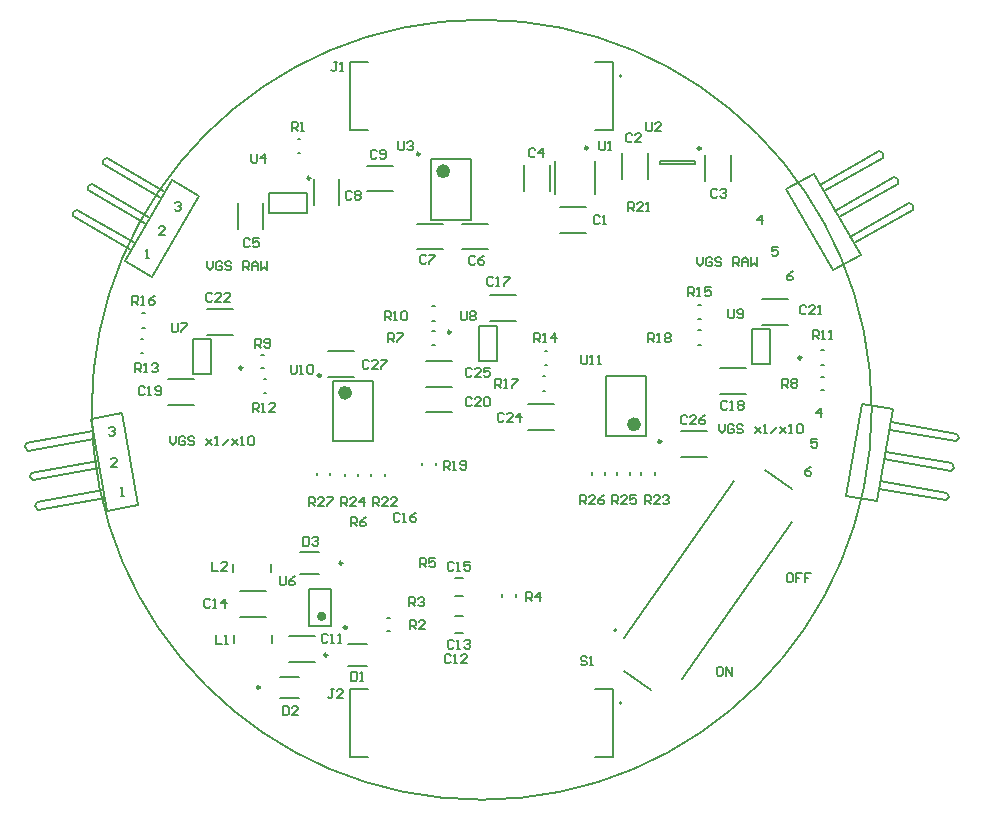
<source format=gto>
G04*
G04 #@! TF.GenerationSoftware,Altium Limited,Altium Designer,22.3.1 (43)*
G04*
G04 Layer_Color=65535*
%FSLAX25Y25*%
%MOIN*%
G70*
G04*
G04 #@! TF.SameCoordinates,26406105-7067-4880-9C5C-2A59F93044AC*
G04*
G04*
G04 #@! TF.FilePolarity,Positive*
G04*
G01*
G75*
%ADD10C,0.00984*%
%ADD11C,0.02362*%
%ADD12C,0.00787*%
%ADD13C,0.01575*%
%ADD14C,0.00500*%
%ADD15C,0.00700*%
D10*
X806188Y432125D02*
G03*
X806188Y432125I-492J0D01*
G01*
X736097Y468540D02*
G03*
X736097Y468540I-492J0D01*
G01*
X672441Y350200D02*
G03*
X672441Y350200I-492J0D01*
G01*
X694934Y360908D02*
G03*
X694934Y360908I-492J0D01*
G01*
X701430Y370084D02*
G03*
X701430Y370084I-492J0D01*
G01*
X699954Y391568D02*
G03*
X699954Y391568I-492J0D01*
G01*
X692780Y454074D02*
G03*
X692780Y454074I-492J0D01*
G01*
X666610Y456662D02*
G03*
X666610Y456662I-492J0D01*
G01*
X819417Y529771D02*
G03*
X819417Y529771I-492J0D01*
G01*
X781729Y529980D02*
G03*
X781729Y529980I-492J0D01*
G01*
X725771Y527911D02*
G03*
X725771Y527911I-492J0D01*
G01*
X689266Y519873D02*
G03*
X689266Y519873I-492J0D01*
G01*
X852935Y460017D02*
G03*
X852935Y460017I-492J0D01*
G01*
D11*
X798313Y437834D02*
G03*
X798313Y437834I-1181J0D01*
G01*
X702032Y448365D02*
G03*
X702032Y448365I-1181J0D01*
G01*
X734727Y522202D02*
G03*
X734727Y522202I-1181J0D01*
G01*
D12*
X791293Y369205D02*
G03*
X791293Y369205I-394J0D01*
G01*
X793113Y344952D02*
G03*
X793113Y344952I-394J0D01*
G01*
X793113Y553952D02*
G03*
X793113Y553952I-394J0D01*
G01*
X695275Y462218D02*
X703937Y462218D01*
X695275Y453753D02*
X703937Y453753D01*
X801069Y433897D02*
Y453976D01*
X787683Y433897D02*
Y453976D01*
Y433897D02*
X801069D01*
X787683Y453976D02*
X801069D01*
X761944Y444527D02*
X770605Y444527D01*
X761944Y436062D02*
X770605Y436062D01*
X883832Y520269D02*
X885144Y519572D01*
X885092Y518087D02*
X885144Y519572D01*
X864313Y509000D02*
X883832Y520269D01*
X865572Y506818D02*
X885092Y518087D01*
X878832Y528930D02*
X880144Y528232D01*
X880092Y526748D02*
X880144Y528232D01*
X859313Y517660D02*
X878832Y528930D01*
X860573Y515478D02*
X880092Y526748D01*
X847976Y516115D02*
X863566Y489112D01*
X872738Y494407D01*
X857147Y521410D02*
X872738Y494407D01*
X847976Y516115D02*
X857147Y521410D01*
X870572Y498157D02*
X890092Y509427D01*
X869313Y500339D02*
X888832Y511609D01*
X890092Y509427D02*
X890144Y510912D01*
X888832Y511609D02*
X890144Y510912D01*
X615041Y517340D02*
X615094Y515855D01*
X615041Y517340D02*
X616353Y518037D01*
X615094Y515855D02*
X634613Y504585D01*
X616353Y518037D02*
X635873Y506767D01*
X610042Y508679D02*
X610093Y507195D01*
X610042Y508679D02*
X611353Y509377D01*
X610093Y507195D02*
X629613Y495925D01*
X611353Y509377D02*
X630873Y498107D01*
X636620Y486879D02*
X652210Y513883D01*
X643038Y519178D02*
X652210Y513883D01*
X627448Y492174D02*
X643038Y519178D01*
X627448Y492174D02*
X636620Y486879D01*
X621353Y526697D02*
X640873Y515428D01*
X620093Y524515D02*
X639613Y513245D01*
X620042Y526000D02*
X621353Y526697D01*
X620042Y526000D02*
X620093Y524515D01*
X595776Y420328D02*
X596770Y419224D01*
X595776Y420328D02*
X596333Y421705D01*
X596770Y419224D02*
X618967Y423138D01*
X596333Y421705D02*
X618530Y425619D01*
X597513Y410480D02*
X598507Y409376D01*
X597513Y410480D02*
X598069Y411857D01*
X598507Y409376D02*
X620704Y413289D01*
X598069Y411857D02*
X620266Y415771D01*
X626471Y441571D02*
X631885Y410864D01*
X616041Y439732D02*
X626471Y441571D01*
X616041Y439732D02*
X621456Y409025D01*
X631885Y410864D01*
X594596Y431553D02*
X616793Y435467D01*
X595034Y429072D02*
X617231Y432986D01*
X594040Y430176D02*
X594596Y431553D01*
X594040Y430176D02*
X595034Y429072D01*
X859651Y449226D02*
X860438D01*
X859651Y453753D02*
X860438D01*
X901503Y414944D02*
X902060Y413567D01*
X901066Y412463D02*
X902060Y413567D01*
X879307Y418858D02*
X901503Y414944D01*
X878869Y416377D02*
X901066Y412463D01*
X873102Y444658D02*
X883532Y442819D01*
X878117Y412112D02*
X883532Y442819D01*
X867687Y413951D02*
X878117Y412112D01*
X867687Y413951D02*
X873102Y444658D01*
X882342Y436073D02*
X904539Y432159D01*
X882780Y438554D02*
X904976Y434641D01*
X904539Y432159D02*
X905533Y433263D01*
X904976Y434641D02*
X905533Y433263D01*
X880606Y426225D02*
X902802Y422311D01*
X881043Y428706D02*
X903240Y424792D01*
X902802Y422311D02*
X903797Y423415D01*
X903240Y424792D02*
X903797Y423415D01*
X818589Y477504D02*
X819376Y477504D01*
X818589Y472977D02*
X819376D01*
X818574Y469130D02*
X819362D01*
X818574Y464209D02*
X819362D01*
X859612Y457603D02*
X860399D01*
X859612Y462524D02*
X860399D01*
X825839Y447972D02*
X834501Y447972D01*
X825839Y456436D02*
X834501D01*
X812683Y427007D02*
X821345Y427007D01*
X812683Y435472D02*
X821345Y435472D01*
X799582Y421010D02*
Y421797D01*
X804109Y421010D02*
Y421797D01*
X791350Y421010D02*
Y421797D01*
X795878Y421010D02*
Y421797D01*
X783036Y421010D02*
Y421797D01*
X787564Y421010D02*
Y421797D01*
X766865Y449029D02*
X767653D01*
X766865Y453950D02*
X767653D01*
X767456Y457690D02*
X768243D01*
X767456Y462218D02*
X768243Y462218D01*
X729981Y468933D02*
X730769D01*
X729981Y464406D02*
X730769D01*
X729981Y477145D02*
X730769D01*
X729981Y472223D02*
X730769D01*
X745562Y470607D02*
X751651Y470607D01*
Y458796D02*
Y470607D01*
X745562Y458796D02*
X751651Y458796D01*
X745562Y458796D02*
Y470607D01*
X727914Y450334D02*
X736575D01*
X727914Y441869D02*
X736575D01*
X726592Y424215D02*
X726592Y425002D01*
X731119D02*
X731119Y424215D01*
X737488Y368147D02*
X740243D01*
X737488Y374053D02*
X740243D01*
X737488Y386620D02*
X740243D01*
X737488Y380714D02*
X740243D01*
X753259Y380387D02*
X753259Y381174D01*
X757787D02*
X757787Y380387D01*
X665704Y373681D02*
X674366D01*
X665704Y382343D02*
X674366D01*
X663508Y388620D02*
Y391179D01*
X676106Y388620D02*
Y391179D01*
X676471Y364918D02*
Y367477D01*
X663873Y364918D02*
Y367477D01*
X682139Y367109D02*
X690801D01*
X682139Y358644D02*
X690801D01*
X679307Y353743D02*
X685654D01*
X679307Y346656D02*
X685654D01*
X784235Y349460D02*
X790160D01*
X702640D02*
X708565Y349460D01*
X702640Y326940D02*
X708565Y326940D01*
X784235Y326940D02*
X790160D01*
X702640D02*
Y349460D01*
X790160Y326940D02*
Y349460D01*
X701800Y364451D02*
X708147D01*
X701800Y357365D02*
X708147D01*
X696214Y370675D02*
Y382880D01*
X688930Y370675D02*
Y382880D01*
Y370675D02*
X696214D01*
X688930Y382880D02*
X696214D01*
X685757Y388025D02*
X692104D01*
X685757Y395112D02*
X692104D01*
X709545Y420573D02*
Y421361D01*
X714073Y420573D02*
Y421361D01*
X705269Y420573D02*
Y421361D01*
X700741Y420573D02*
Y421361D01*
X695964Y420967D02*
Y421755D01*
X691437Y420967D02*
Y421755D01*
X696914Y432224D02*
X710300D01*
X696914Y452303D02*
X710300D01*
Y432224D02*
Y452303D01*
X696914Y432224D02*
Y452303D01*
X673715Y453090D02*
X674503D01*
X673715Y448169D02*
X674503D01*
X673001Y461090D02*
X673788D01*
X673001Y456562D02*
X673788Y456562D01*
X654782Y467685D02*
X663444D01*
X654782Y476150D02*
X663444Y476150D01*
X641990Y452893D02*
X650651D01*
X641990Y444428D02*
X650651Y444428D01*
X632678Y466225D02*
X633465D01*
X632678Y461698D02*
X633465Y461698D01*
X633268Y474870D02*
X634056D01*
X633268Y469948D02*
X634056D01*
X650071Y454595D02*
X656160Y454595D01*
X650071Y454595D02*
Y466406D01*
X656160D01*
Y454595D02*
Y466406D01*
X772425Y501630D02*
X781086D01*
X772425Y510292D02*
X781086D01*
X820883Y519032D02*
Y527693D01*
X829545Y519032D02*
Y527693D01*
X805736Y524456D02*
X817547D01*
X805736Y525637D02*
X817547D01*
X805736D02*
X805736Y524456D01*
X817547D02*
X817547Y525637D01*
X801824Y519732D02*
Y528393D01*
X793162Y519732D02*
Y528393D01*
X770803Y514518D02*
Y525541D01*
X784189Y514518D02*
Y525541D01*
X769274Y515699D02*
Y524360D01*
X760613Y515699D02*
Y524360D01*
X739772Y496198D02*
X748433D01*
X739772Y504663D02*
X748433D01*
X724725D02*
X733387D01*
X724725Y496198D02*
X733387D01*
X729609Y506060D02*
X742995D01*
X729609Y526139D02*
X742995D01*
Y506060D02*
Y526139D01*
X729609Y506060D02*
Y526139D01*
X708178Y515500D02*
X716840D01*
X708178Y523964D02*
X716840D01*
X698973Y510777D02*
Y519438D01*
X690508Y510777D02*
Y519438D01*
X685034Y528331D02*
X685821D01*
X685034Y532859D02*
X685821D01*
X675585Y514952D02*
X688184D01*
X675585Y508259D02*
X688184D01*
X688184Y514952D02*
X688184Y508259D01*
X675585D02*
Y514952D01*
X665028Y502812D02*
Y511474D01*
X673493Y502812D02*
Y511474D01*
X784235Y558460D02*
X790160Y558460D01*
X702640D02*
X708565D01*
X702640Y535940D02*
X708565D01*
X784235D02*
X790160D01*
X702640D02*
Y558460D01*
X790160Y535940D02*
Y558460D01*
X714922Y368836D02*
X715709D01*
X714922Y373364D02*
X715709D01*
X836396Y457951D02*
X842486Y457951D01*
X836396Y457951D02*
X836396Y469762D01*
X842486D01*
Y457951D02*
Y469762D01*
X727842Y458871D02*
X736503Y458871D01*
X727842Y450407D02*
X736503D01*
X839849Y479473D02*
X848511D01*
X839849Y471008D02*
X848511D01*
X749224Y472420D02*
X757885D01*
X749224Y480885D02*
X757885Y480885D01*
D13*
X693852Y373824D02*
G03*
X693852Y373824I-787J0D01*
G01*
D14*
X840835Y422674D02*
X849865Y416351D01*
X793865Y355594D02*
X802895Y349271D01*
X813193Y352995D02*
X849888Y405402D01*
X793843Y366544D02*
X830538Y418951D01*
X876400Y442700D02*
G03*
X876400Y442700I-130000J0D01*
G01*
D15*
X825358Y437793D02*
Y435794D01*
X826358Y434794D01*
X827357Y435794D01*
Y437793D01*
X830356Y437293D02*
X829856Y437793D01*
X828857D01*
X828357Y437293D01*
Y435294D01*
X828857Y434794D01*
X829856D01*
X830356Y435294D01*
Y436293D01*
X829357D01*
X833355Y437293D02*
X832856Y437793D01*
X831856D01*
X831356Y437293D01*
Y436793D01*
X831856Y436293D01*
X832856D01*
X833355Y435794D01*
Y435294D01*
X832856Y434794D01*
X831856D01*
X831356Y435294D01*
X837354Y436793D02*
X839353Y434794D01*
X838354Y435794D01*
X839353Y436793D01*
X837354Y434794D01*
X840353D02*
X841353D01*
X840853D01*
Y437793D01*
X840353Y437293D01*
X842852Y434794D02*
X844852Y436793D01*
X845851D02*
X847851Y434794D01*
X846851Y435794D01*
X847851Y436793D01*
X845851Y434794D01*
X848850D02*
X849850D01*
X849350D01*
Y437793D01*
X848850Y437293D01*
X851350D02*
X851849Y437793D01*
X852849D01*
X853349Y437293D01*
Y435294D01*
X852849Y434794D01*
X851849D01*
X851350Y435294D01*
Y437293D01*
X642630Y433875D02*
Y431875D01*
X643630Y430876D01*
X644629Y431875D01*
Y433875D01*
X647628Y433375D02*
X647128Y433875D01*
X646129D01*
X645629Y433375D01*
Y431376D01*
X646129Y430876D01*
X647128D01*
X647628Y431376D01*
Y432375D01*
X646629D01*
X650627Y433375D02*
X650127Y433875D01*
X649128D01*
X648628Y433375D01*
Y432875D01*
X649128Y432375D01*
X650127D01*
X650627Y431875D01*
Y431376D01*
X650127Y430876D01*
X649128D01*
X648628Y431376D01*
X654626Y432875D02*
X656625Y430876D01*
X655626Y431875D01*
X656625Y432875D01*
X654626Y430876D01*
X657625D02*
X658625D01*
X658125D01*
Y433875D01*
X657625Y433375D01*
X660124Y430876D02*
X662123Y432875D01*
X663123D02*
X665123Y430876D01*
X664123Y431875D01*
X665123Y432875D01*
X663123Y430876D01*
X666122D02*
X667122D01*
X666622D01*
Y433875D01*
X666122Y433375D01*
X668621D02*
X669121Y433875D01*
X670121D01*
X670621Y433375D01*
Y431376D01*
X670121Y430876D01*
X669121D01*
X668621Y431376D01*
Y433375D01*
X818247Y493470D02*
Y491470D01*
X819247Y490471D01*
X820246Y491470D01*
Y493470D01*
X823245Y492970D02*
X822745Y493470D01*
X821746D01*
X821246Y492970D01*
Y490970D01*
X821746Y490471D01*
X822745D01*
X823245Y490970D01*
Y491970D01*
X822246D01*
X826244Y492970D02*
X825745Y493470D01*
X824745D01*
X824245Y492970D01*
Y492470D01*
X824745Y491970D01*
X825745D01*
X826244Y491470D01*
Y490970D01*
X825745Y490471D01*
X824745D01*
X824245Y490970D01*
X830243Y490471D02*
Y493470D01*
X831742D01*
X832242Y492970D01*
Y491970D01*
X831742Y491470D01*
X830243D01*
X831243D02*
X832242Y490471D01*
X833242D02*
Y492470D01*
X834242Y493470D01*
X835241Y492470D01*
Y490471D01*
Y491970D01*
X833242D01*
X836241Y493470D02*
Y490471D01*
X837241Y491470D01*
X838240Y490471D01*
Y493470D01*
X654973Y492163D02*
Y490164D01*
X655973Y489164D01*
X656973Y490164D01*
Y492163D01*
X659972Y491663D02*
X659472Y492163D01*
X658472D01*
X657972Y491663D01*
Y489664D01*
X658472Y489164D01*
X659472D01*
X659972Y489664D01*
Y490664D01*
X658972D01*
X662971Y491663D02*
X662471Y492163D01*
X661471D01*
X660971Y491663D01*
Y491164D01*
X661471Y490664D01*
X662471D01*
X662971Y490164D01*
Y489664D01*
X662471Y489164D01*
X661471D01*
X660971Y489664D01*
X666969Y489164D02*
Y492163D01*
X668469D01*
X668969Y491663D01*
Y490664D01*
X668469Y490164D01*
X666969D01*
X667969D02*
X668969Y489164D01*
X669969D02*
Y491164D01*
X670968Y492163D01*
X671968Y491164D01*
Y489164D01*
Y490664D01*
X669969D01*
X672968Y492163D02*
Y489164D01*
X673967Y490164D01*
X674967Y489164D01*
Y492163D01*
X856248Y423725D02*
X855248Y423225D01*
X854249Y422225D01*
Y421225D01*
X854749Y420726D01*
X855748D01*
X856248Y421225D01*
Y421725D01*
X855748Y422225D01*
X854249D01*
X858306Y432970D02*
X856306D01*
Y431471D01*
X857306Y431970D01*
X857806D01*
X858306Y431471D01*
Y430471D01*
X857806Y429971D01*
X856806D01*
X856306Y430471D01*
X859386Y440107D02*
Y443107D01*
X857887Y441607D01*
X859886D01*
X622053Y436506D02*
X622553Y437006D01*
X623553D01*
X624053Y436506D01*
Y436006D01*
X623553Y435506D01*
X623053D01*
X623553D01*
X624053Y435006D01*
Y434506D01*
X623553Y434007D01*
X622553D01*
X622053Y434506D01*
X640807Y500897D02*
X638808D01*
X640807Y502896D01*
Y503396D01*
X640307Y503896D01*
X639308D01*
X638808Y503396D01*
X626094Y413989D02*
X627094D01*
X626594D01*
Y416989D01*
X626094Y416489D01*
X850016Y488799D02*
X849016Y488299D01*
X848017Y487300D01*
Y486300D01*
X848517Y485800D01*
X849516D01*
X850016Y486300D01*
Y486800D01*
X849516Y487300D01*
X848017D01*
X845099Y497099D02*
X843100D01*
Y495600D01*
X844100Y496099D01*
X844600D01*
X845099Y495600D01*
Y494600D01*
X844600Y494100D01*
X843600D01*
X843100Y494600D01*
X839672Y504477D02*
Y507476D01*
X838173Y505976D01*
X840172D01*
X634362Y493238D02*
X635362D01*
X634862D01*
Y496237D01*
X634362Y495737D01*
X624724Y423636D02*
X622725D01*
X624724Y425635D01*
Y426135D01*
X624224Y426635D01*
X623225D01*
X622725Y426135D01*
X644068Y511458D02*
X644568Y511958D01*
X645567D01*
X646067Y511458D01*
Y510958D01*
X645567Y510458D01*
X645068D01*
X645567D01*
X646067Y509958D01*
Y509459D01*
X645567Y508959D01*
X644568D01*
X644068Y509459D01*
X849648Y388261D02*
X848648D01*
X848148Y387761D01*
Y385762D01*
X848648Y385262D01*
X849648D01*
X850148Y385762D01*
Y387761D01*
X849648Y388261D01*
X853146D02*
X851147D01*
Y386761D01*
X852147D01*
X851147D01*
Y385262D01*
X856146Y388261D02*
X854146D01*
Y386761D01*
X855146D01*
X854146D01*
Y385262D01*
X826305Y357090D02*
X825305D01*
X824806Y356591D01*
Y354591D01*
X825305Y354091D01*
X826305D01*
X826805Y354591D01*
Y356591D01*
X826305Y357090D01*
X827805Y354091D02*
Y357090D01*
X829804Y354091D01*
Y357090D01*
X670071Y442042D02*
Y445041D01*
X671571D01*
X672071Y444541D01*
Y443541D01*
X671571Y443041D01*
X670071D01*
X671071D02*
X672071Y442042D01*
X673070D02*
X674070D01*
X673570D01*
Y445041D01*
X673070Y444541D01*
X677569Y442042D02*
X675569D01*
X677569Y444041D01*
Y444541D01*
X677069Y445041D01*
X676069D01*
X675569Y444541D01*
X630864Y455162D02*
Y458161D01*
X632364D01*
X632864Y457661D01*
Y456662D01*
X632364Y456162D01*
X630864D01*
X631864D02*
X632864Y455162D01*
X633863D02*
X634863D01*
X634363D01*
Y458161D01*
X633863Y457661D01*
X636363D02*
X636863Y458161D01*
X637862D01*
X638362Y457661D01*
Y457162D01*
X637862Y456662D01*
X637362D01*
X637862D01*
X638362Y456162D01*
Y455662D01*
X637862Y455162D01*
X636863D01*
X636363Y455662D01*
X656616Y481194D02*
X656116Y481694D01*
X655117D01*
X654617Y481194D01*
Y479194D01*
X655117Y478695D01*
X656116D01*
X656616Y479194D01*
X659615Y478695D02*
X657616D01*
X659615Y480694D01*
Y481194D01*
X659115Y481694D01*
X658116D01*
X657616Y481194D01*
X662614Y478695D02*
X660615D01*
X662614Y480694D01*
Y481194D01*
X662114Y481694D01*
X661115D01*
X660615Y481194D01*
X629913Y477768D02*
Y480767D01*
X631413D01*
X631913Y480267D01*
Y479267D01*
X631413Y478768D01*
X629913D01*
X630913D02*
X631913Y477768D01*
X632912D02*
X633912D01*
X633412D01*
Y480767D01*
X632912Y480267D01*
X637411Y480767D02*
X636411Y480267D01*
X635412Y479267D01*
Y478268D01*
X635911Y477768D01*
X636911D01*
X637411Y478268D01*
Y478768D01*
X636911Y479267D01*
X635412D01*
X670895Y463370D02*
Y466369D01*
X672395D01*
X672894Y465869D01*
Y464869D01*
X672395Y464370D01*
X670895D01*
X671895D02*
X672894Y463370D01*
X673894Y463870D02*
X674394Y463370D01*
X675394D01*
X675893Y463870D01*
Y465869D01*
X675394Y466369D01*
X674394D01*
X673894Y465869D01*
Y465369D01*
X674394Y464869D01*
X675893D01*
X634084Y449956D02*
X633584Y450456D01*
X632584D01*
X632085Y449956D01*
Y447956D01*
X632584Y447457D01*
X633584D01*
X634084Y447956D01*
X635084Y447457D02*
X636083D01*
X635583D01*
Y450456D01*
X635084Y449956D01*
X637583Y447956D02*
X638083Y447457D01*
X639082D01*
X639582Y447956D01*
Y449956D01*
X639082Y450456D01*
X638083D01*
X637583Y449956D01*
Y449456D01*
X638083Y448956D01*
X639582D01*
X643121Y471448D02*
Y468949D01*
X643621Y468449D01*
X644621D01*
X645121Y468949D01*
Y471448D01*
X646121D02*
X648120D01*
Y470948D01*
X646121Y468949D01*
Y468449D01*
X781400Y359939D02*
X780900Y360439D01*
X779901D01*
X779401Y359939D01*
Y359439D01*
X779901Y358940D01*
X780900D01*
X781400Y358440D01*
Y357940D01*
X780900Y357440D01*
X779901D01*
X779401Y357940D01*
X782400Y357440D02*
X783399D01*
X782900D01*
Y360439D01*
X782400Y359939D01*
X669641Y527941D02*
Y525442D01*
X670141Y524942D01*
X671141D01*
X671640Y525442D01*
Y527941D01*
X674140Y524942D02*
Y527941D01*
X672640Y526442D01*
X674640D01*
X697074Y349444D02*
X696075D01*
X696574D01*
Y346944D01*
X696075Y346445D01*
X695575D01*
X695075Y346944D01*
X700073Y346445D02*
X698074D01*
X700073Y348444D01*
Y348944D01*
X699573Y349444D01*
X698574D01*
X698074Y348944D01*
X698236Y558444D02*
X697236D01*
X697736D01*
Y555944D01*
X697236Y555445D01*
X696736D01*
X696237Y555944D01*
X699235Y555445D02*
X700235D01*
X699735D01*
Y558444D01*
X699235Y557944D01*
X800701Y411245D02*
Y414244D01*
X802201D01*
X802701Y413745D01*
Y412745D01*
X802201Y412245D01*
X800701D01*
X801701D02*
X802701Y411245D01*
X805700D02*
X803700D01*
X805700Y413245D01*
Y413745D01*
X805200Y414244D01*
X804200D01*
X803700Y413745D01*
X806699D02*
X807199Y414244D01*
X808199D01*
X808699Y413745D01*
Y413245D01*
X808199Y412745D01*
X807699D01*
X808199D01*
X808699Y412245D01*
Y411745D01*
X808199Y411245D01*
X807199D01*
X806699Y411745D01*
X683035Y535756D02*
Y538755D01*
X684534D01*
X685034Y538255D01*
Y537255D01*
X684534Y536755D01*
X683035D01*
X684034D02*
X685034Y535756D01*
X686034D02*
X687033D01*
X686534D01*
Y538755D01*
X686034Y538255D01*
X779333Y411239D02*
Y414238D01*
X780832D01*
X781332Y413738D01*
Y412738D01*
X780832Y412239D01*
X779333D01*
X780332D02*
X781332Y411239D01*
X784331D02*
X782332D01*
X784331Y413238D01*
Y413738D01*
X783831Y414238D01*
X782832D01*
X782332Y413738D01*
X787330Y414238D02*
X786331Y413738D01*
X785331Y412738D01*
Y411739D01*
X785831Y411239D01*
X786830D01*
X787330Y411739D01*
Y412239D01*
X786830Y412738D01*
X785331D01*
X688781Y410541D02*
Y413540D01*
X690281D01*
X690781Y413040D01*
Y412040D01*
X690281Y411541D01*
X688781D01*
X689781D02*
X690781Y410541D01*
X693780D02*
X691780D01*
X693780Y412540D01*
Y413040D01*
X693280Y413540D01*
X692280D01*
X691780Y413040D01*
X694779Y413540D02*
X696779D01*
Y413040D01*
X694779Y411041D01*
Y410541D01*
X789866Y411239D02*
Y414238D01*
X791366D01*
X791866Y413738D01*
Y412738D01*
X791366Y412239D01*
X789866D01*
X790866D02*
X791866Y411239D01*
X794865D02*
X792866D01*
X794865Y413238D01*
Y413738D01*
X794365Y414238D01*
X793365D01*
X792866Y413738D01*
X797864Y414238D02*
X795864D01*
Y412738D01*
X796864Y413238D01*
X797364D01*
X797864Y412738D01*
Y411739D01*
X797364Y411239D01*
X796364D01*
X795864Y411739D01*
X710111Y410541D02*
Y413540D01*
X711611D01*
X712111Y413040D01*
Y412040D01*
X711611Y411541D01*
X710111D01*
X711111D02*
X712111Y410541D01*
X715110D02*
X713110D01*
X715110Y412540D01*
Y413040D01*
X714610Y413540D01*
X713610D01*
X713110Y413040D01*
X718109Y410541D02*
X716109D01*
X718109Y412540D01*
Y413040D01*
X717609Y413540D01*
X716609D01*
X716109Y413040D01*
X699608Y410541D02*
Y413540D01*
X701108D01*
X701607Y413040D01*
Y412040D01*
X701108Y411541D01*
X699608D01*
X700608D02*
X701607Y410541D01*
X704606D02*
X702607D01*
X704606Y412540D01*
Y413040D01*
X704107Y413540D01*
X703107D01*
X702607Y413040D01*
X707106Y410541D02*
Y413540D01*
X705606Y412040D01*
X707606D01*
X785741Y507060D02*
X785241Y507560D01*
X784241D01*
X783742Y507060D01*
Y505060D01*
X784241Y504561D01*
X785241D01*
X785741Y505060D01*
X786741Y504561D02*
X787740D01*
X787241D01*
Y507560D01*
X786741Y507060D01*
X764243Y529393D02*
X763743Y529893D01*
X762743D01*
X762243Y529393D01*
Y527394D01*
X762743Y526894D01*
X763743D01*
X764243Y527394D01*
X766742Y526894D02*
Y529893D01*
X765242Y528393D01*
X767242D01*
X703114Y515250D02*
X702614Y515749D01*
X701614D01*
X701114Y515250D01*
Y513250D01*
X701614Y512750D01*
X702614D01*
X703114Y513250D01*
X704113Y515250D02*
X704613Y515749D01*
X705613D01*
X706113Y515250D01*
Y514750D01*
X705613Y514250D01*
X706113Y513750D01*
Y513250D01*
X705613Y512750D01*
X704613D01*
X704113Y513250D01*
Y513750D01*
X704613Y514250D01*
X704113Y514750D01*
Y515250D01*
X704613Y514250D02*
X705613D01*
X824979Y515789D02*
X824479Y516289D01*
X823479D01*
X822980Y515789D01*
Y513789D01*
X823479Y513289D01*
X824479D01*
X824979Y513789D01*
X825979Y515789D02*
X826478Y516289D01*
X827478D01*
X827978Y515789D01*
Y515289D01*
X827478Y514789D01*
X826978D01*
X827478D01*
X827978Y514289D01*
Y513789D01*
X827478Y513289D01*
X826478D01*
X825979Y513789D01*
X796623Y534428D02*
X796123Y534928D01*
X795124D01*
X794624Y534428D01*
Y532429D01*
X795124Y531929D01*
X796123D01*
X796623Y532429D01*
X799622Y531929D02*
X797623D01*
X799622Y533928D01*
Y534428D01*
X799122Y534928D01*
X798123D01*
X797623Y534428D01*
X795336Y508880D02*
Y511879D01*
X796835D01*
X797335Y511379D01*
Y510379D01*
X796835Y509879D01*
X795336D01*
X796336D02*
X797335Y508880D01*
X800334D02*
X798335D01*
X800334Y510879D01*
Y511379D01*
X799834Y511879D01*
X798835D01*
X798335Y511379D01*
X801334Y508880D02*
X802334D01*
X801834D01*
Y511879D01*
X801334Y511379D01*
X708781Y458800D02*
X708282Y459300D01*
X707282D01*
X706782Y458800D01*
Y456800D01*
X707282Y456300D01*
X708282D01*
X708781Y456800D01*
X711780Y456300D02*
X709781D01*
X711780Y458300D01*
Y458800D01*
X711281Y459300D01*
X710281D01*
X709781Y458800D01*
X712780Y459300D02*
X714780D01*
Y458800D01*
X712780Y456800D01*
Y456300D01*
X814864Y440407D02*
X814365Y440907D01*
X813365D01*
X812865Y440407D01*
Y438408D01*
X813365Y437908D01*
X814365D01*
X814864Y438408D01*
X817863Y437908D02*
X815864D01*
X817863Y439907D01*
Y440407D01*
X817364Y440907D01*
X816364D01*
X815864Y440407D01*
X820862Y440907D02*
X819863Y440407D01*
X818863Y439407D01*
Y438408D01*
X819363Y437908D01*
X820363D01*
X820862Y438408D01*
Y438908D01*
X820363Y439407D01*
X818863D01*
X743099Y456131D02*
X742599Y456631D01*
X741600D01*
X741100Y456131D01*
Y454132D01*
X741600Y453632D01*
X742599D01*
X743099Y454132D01*
X746098Y453632D02*
X744099D01*
X746098Y455631D01*
Y456131D01*
X745598Y456631D01*
X744599D01*
X744099Y456131D01*
X749097Y456631D02*
X747098D01*
Y455131D01*
X748098Y455631D01*
X748597D01*
X749097Y455131D01*
Y454132D01*
X748597Y453632D01*
X747598D01*
X747098Y454132D01*
X753734Y441158D02*
X753234Y441657D01*
X752235D01*
X751735Y441158D01*
Y439158D01*
X752235Y438658D01*
X753234D01*
X753734Y439158D01*
X756733Y438658D02*
X754734D01*
X756733Y440658D01*
Y441158D01*
X756233Y441657D01*
X755234D01*
X754734Y441158D01*
X759232Y438658D02*
Y441657D01*
X757733Y440158D01*
X759732D01*
X779600Y460799D02*
Y458300D01*
X780100Y457800D01*
X781100D01*
X781599Y458300D01*
Y460799D01*
X782599Y457800D02*
X783599D01*
X783099D01*
Y460799D01*
X782599Y460299D01*
X785098Y457800D02*
X786098D01*
X785598D01*
Y460799D01*
X785098Y460299D01*
X682699Y457668D02*
Y455169D01*
X683198Y454669D01*
X684198D01*
X684698Y455169D01*
Y457668D01*
X685698Y454669D02*
X686697D01*
X686197D01*
Y457668D01*
X685698Y457168D01*
X688197D02*
X688697Y457668D01*
X689696D01*
X690196Y457168D01*
Y455169D01*
X689696Y454669D01*
X688697D01*
X688197Y455169D01*
Y457168D01*
X828600Y476199D02*
Y473700D01*
X829100Y473200D01*
X830099D01*
X830599Y473700D01*
Y476199D01*
X831599Y473700D02*
X832099Y473200D01*
X833099D01*
X833598Y473700D01*
Y475699D01*
X833099Y476199D01*
X832099D01*
X831599Y475699D01*
Y475199D01*
X832099Y474699D01*
X833598D01*
X739459Y475593D02*
Y473094D01*
X739958Y472594D01*
X740958D01*
X741458Y473094D01*
Y475593D01*
X742457Y475093D02*
X742957Y475593D01*
X743957D01*
X744457Y475093D01*
Y474593D01*
X743957Y474093D01*
X744457Y473594D01*
Y473094D01*
X743957Y472594D01*
X742957D01*
X742457Y473094D01*
Y473594D01*
X742957Y474093D01*
X742457Y474593D01*
Y475093D01*
X742957Y474093D02*
X743957D01*
X679136Y387135D02*
Y384636D01*
X679636Y384136D01*
X680636D01*
X681136Y384636D01*
Y387135D01*
X684135D02*
X683135Y386635D01*
X682135Y385635D01*
Y384636D01*
X682635Y384136D01*
X683635D01*
X684135Y384636D01*
Y385136D01*
X683635Y385635D01*
X682135D01*
X733739Y422716D02*
Y425715D01*
X735238D01*
X735738Y425215D01*
Y424215D01*
X735238Y423715D01*
X733739D01*
X734738D02*
X735738Y422716D01*
X736738D02*
X737737D01*
X737238D01*
Y425715D01*
X736738Y425215D01*
X739237Y423215D02*
X739737Y422716D01*
X740736D01*
X741236Y423215D01*
Y425215D01*
X740736Y425715D01*
X739737D01*
X739237Y425215D01*
Y424715D01*
X739737Y424215D01*
X741236D01*
X801874Y465170D02*
Y468169D01*
X803374D01*
X803874Y467669D01*
Y466670D01*
X803374Y466170D01*
X801874D01*
X802874D02*
X803874Y465170D01*
X804873D02*
X805873D01*
X805373D01*
Y468169D01*
X804873Y467669D01*
X807372D02*
X807872Y468169D01*
X808872D01*
X809372Y467669D01*
Y467170D01*
X808872Y466670D01*
X809372Y466170D01*
Y465670D01*
X808872Y465170D01*
X807872D01*
X807372Y465670D01*
Y466170D01*
X807872Y466670D01*
X807372Y467170D01*
Y467669D01*
X807872Y466670D02*
X808872D01*
X750994Y449990D02*
Y452989D01*
X752493D01*
X752993Y452489D01*
Y451489D01*
X752493Y450990D01*
X750994D01*
X751994D02*
X752993Y449990D01*
X753993D02*
X754992D01*
X754493D01*
Y452989D01*
X753993Y452489D01*
X756492Y452989D02*
X758491D01*
Y452489D01*
X756492Y450490D01*
Y449990D01*
X815219Y480501D02*
Y483500D01*
X816719D01*
X817219Y483000D01*
Y482000D01*
X816719Y481500D01*
X815219D01*
X816219D02*
X817219Y480501D01*
X818218D02*
X819218D01*
X818718D01*
Y483500D01*
X818218Y483000D01*
X822717Y483500D02*
X820718D01*
Y482000D01*
X821717Y482500D01*
X822217D01*
X822717Y482000D01*
Y481000D01*
X822217Y480501D01*
X821217D01*
X820718Y481000D01*
X763904Y465170D02*
Y468169D01*
X765403D01*
X765903Y467669D01*
Y466670D01*
X765403Y466170D01*
X763904D01*
X764903D02*
X765903Y465170D01*
X766903D02*
X767903D01*
X767403D01*
Y468169D01*
X766903Y467669D01*
X770901Y465170D02*
Y468169D01*
X769402Y466670D01*
X771401D01*
X856796Y466195D02*
Y469194D01*
X858295D01*
X858795Y468694D01*
Y467695D01*
X858295Y467195D01*
X856796D01*
X857796D02*
X858795Y466195D01*
X859795D02*
X860795D01*
X860295D01*
Y469194D01*
X859795Y468694D01*
X862294Y466195D02*
X863294D01*
X862794D01*
Y469194D01*
X862294Y468694D01*
X714073Y472594D02*
Y475593D01*
X715573D01*
X716072Y475093D01*
Y474093D01*
X715573Y473594D01*
X714073D01*
X715073D02*
X716072Y472594D01*
X717072D02*
X718072D01*
X717572D01*
Y475593D01*
X717072Y475093D01*
X719571D02*
X720071Y475593D01*
X721071D01*
X721571Y475093D01*
Y473094D01*
X721071Y472594D01*
X720071D01*
X719571Y473094D01*
Y475093D01*
X846516Y449990D02*
Y452989D01*
X848016D01*
X848515Y452489D01*
Y451489D01*
X848016Y450990D01*
X846516D01*
X847516D02*
X848515Y449990D01*
X849515Y452489D02*
X850015Y452989D01*
X851015D01*
X851514Y452489D01*
Y451989D01*
X851015Y451489D01*
X851514Y450990D01*
Y450490D01*
X851015Y449990D01*
X850015D01*
X849515Y450490D01*
Y450990D01*
X850015Y451489D01*
X849515Y451989D01*
Y452489D01*
X850015Y451489D02*
X851015D01*
X715323Y465170D02*
Y468169D01*
X716822D01*
X717322Y467669D01*
Y466670D01*
X716822Y466170D01*
X715323D01*
X716322D02*
X717322Y465170D01*
X718322Y468169D02*
X720321D01*
Y467669D01*
X718322Y465670D01*
Y465170D01*
X702739Y403801D02*
Y406800D01*
X704239D01*
X704739Y406300D01*
Y405300D01*
X704239Y404800D01*
X702739D01*
X703739D02*
X704739Y403801D01*
X707738Y406800D02*
X706738Y406300D01*
X705738Y405300D01*
Y404301D01*
X706238Y403801D01*
X707238D01*
X707738Y404301D01*
Y404800D01*
X707238Y405300D01*
X705738D01*
X725907Y390110D02*
Y393109D01*
X727406D01*
X727906Y392609D01*
Y391610D01*
X727406Y391110D01*
X725907D01*
X726907D02*
X727906Y390110D01*
X730905Y393109D02*
X728906D01*
Y391610D01*
X729906Y392109D01*
X730405D01*
X730905Y391610D01*
Y390610D01*
X730405Y390110D01*
X729406D01*
X728906Y390610D01*
X761216Y378887D02*
Y381886D01*
X762716D01*
X763216Y381386D01*
Y380387D01*
X762716Y379887D01*
X761216D01*
X762216D02*
X763216Y378887D01*
X765715D02*
Y381886D01*
X764215Y380387D01*
X766215D01*
X722243Y377212D02*
Y380211D01*
X723743D01*
X724243Y379711D01*
Y378711D01*
X723743Y378211D01*
X722243D01*
X723243D02*
X724243Y377212D01*
X725242Y379711D02*
X725742Y380211D01*
X726742D01*
X727242Y379711D01*
Y379211D01*
X726742Y378711D01*
X726242D01*
X726742D01*
X727242Y378211D01*
Y377711D01*
X726742Y377212D01*
X725742D01*
X725242Y377711D01*
X722339Y369601D02*
Y372600D01*
X723839D01*
X724339Y372100D01*
Y371100D01*
X723839Y370600D01*
X722339D01*
X723339D02*
X724339Y369601D01*
X727338D02*
X725339D01*
X727338Y371600D01*
Y372100D01*
X726838Y372600D01*
X725838D01*
X725339Y372100D01*
X656522Y392099D02*
Y389101D01*
X658521D01*
X661520D02*
X659521D01*
X661520Y391100D01*
Y391600D01*
X661021Y392099D01*
X660021D01*
X659521Y391600D01*
X657831Y367697D02*
Y364698D01*
X659831D01*
X660830D02*
X661830D01*
X661330D01*
Y367697D01*
X660830Y367197D01*
X686923Y400269D02*
Y397270D01*
X688423D01*
X688923Y397770D01*
Y399769D01*
X688423Y400269D01*
X686923D01*
X689922Y399769D02*
X690422Y400269D01*
X691422D01*
X691922Y399769D01*
Y399269D01*
X691422Y398769D01*
X690922D01*
X691422D01*
X691922Y398269D01*
Y397770D01*
X691422Y397270D01*
X690422D01*
X689922Y397770D01*
X680065Y343900D02*
Y340900D01*
X681564D01*
X682064Y341400D01*
Y343400D01*
X681564Y343900D01*
X680065D01*
X685063Y340900D02*
X683064D01*
X685063Y342900D01*
Y343400D01*
X684563Y343900D01*
X683564D01*
X683064Y343400D01*
X702974Y355358D02*
Y352359D01*
X704474D01*
X704974Y352858D01*
Y354858D01*
X704474Y355358D01*
X702974D01*
X705973Y352359D02*
X706973D01*
X706473D01*
Y355358D01*
X705973Y354858D01*
X854569Y476940D02*
X854069Y477440D01*
X853069D01*
X852569Y476940D01*
Y474941D01*
X853069Y474441D01*
X854069D01*
X854569Y474941D01*
X857568Y474441D02*
X855568D01*
X857568Y476440D01*
Y476940D01*
X857068Y477440D01*
X856068D01*
X855568Y476940D01*
X858567Y474441D02*
X859567D01*
X859067D01*
Y477440D01*
X858567Y476940D01*
X743099Y446318D02*
X742599Y446817D01*
X741600D01*
X741100Y446318D01*
Y444318D01*
X741600Y443818D01*
X742599D01*
X743099Y444318D01*
X746098Y443818D02*
X744099D01*
X746098Y445818D01*
Y446318D01*
X745598Y446817D01*
X744599D01*
X744099Y446318D01*
X747098D02*
X747598Y446817D01*
X748597D01*
X749097Y446318D01*
Y444318D01*
X748597Y443818D01*
X747598D01*
X747098Y444318D01*
Y446318D01*
X828311Y445133D02*
X827812Y445633D01*
X826812D01*
X826312Y445133D01*
Y443134D01*
X826812Y442634D01*
X827812D01*
X828311Y443134D01*
X829311Y442634D02*
X830311D01*
X829811D01*
Y445633D01*
X829311Y445133D01*
X831810D02*
X832310Y445633D01*
X833310D01*
X833810Y445133D01*
Y444633D01*
X833310Y444133D01*
X833810Y443633D01*
Y443134D01*
X833310Y442634D01*
X832310D01*
X831810Y443134D01*
Y443633D01*
X832310Y444133D01*
X831810Y444633D01*
Y445133D01*
X832310Y444133D02*
X833310D01*
X750299Y486499D02*
X749799Y486999D01*
X748800D01*
X748300Y486499D01*
Y484500D01*
X748800Y484000D01*
X749799D01*
X750299Y484500D01*
X751299Y484000D02*
X752299D01*
X751799D01*
Y486999D01*
X751299Y486499D01*
X753798Y486999D02*
X755798D01*
Y486499D01*
X753798Y484500D01*
Y484000D01*
X719038Y407799D02*
X718538Y408299D01*
X717538D01*
X717038Y407799D01*
Y405800D01*
X717538Y405300D01*
X718538D01*
X719038Y405800D01*
X720037Y405300D02*
X721037D01*
X720537D01*
Y408299D01*
X720037Y407799D01*
X724536Y408299D02*
X723536Y407799D01*
X722537Y406800D01*
Y405800D01*
X723036Y405300D01*
X724036D01*
X724536Y405800D01*
Y406300D01*
X724036Y406800D01*
X722537D01*
X737116Y391600D02*
X736616Y392099D01*
X735616D01*
X735117Y391600D01*
Y389600D01*
X735616Y389100D01*
X736616D01*
X737116Y389600D01*
X738116Y389100D02*
X739115D01*
X738616D01*
Y392099D01*
X738116Y391600D01*
X742614Y392099D02*
X740615D01*
Y390600D01*
X741614Y391100D01*
X742114D01*
X742614Y390600D01*
Y389600D01*
X742114Y389100D01*
X741115D01*
X740615Y389600D01*
X655853Y379137D02*
X655353Y379637D01*
X654353D01*
X653853Y379137D01*
Y377138D01*
X654353Y376638D01*
X655353D01*
X655853Y377138D01*
X656852Y376638D02*
X657852D01*
X657352D01*
Y379637D01*
X656852Y379137D01*
X660851Y376638D02*
Y379637D01*
X659352Y378138D01*
X661351D01*
X737116Y365451D02*
X736616Y365951D01*
X735616D01*
X735117Y365451D01*
Y363452D01*
X735616Y362952D01*
X736616D01*
X737116Y363452D01*
X738116Y362952D02*
X739115D01*
X738616D01*
Y365951D01*
X738116Y365451D01*
X740615D02*
X741115Y365951D01*
X742114D01*
X742614Y365451D01*
Y364951D01*
X742114Y364451D01*
X741614D01*
X742114D01*
X742614Y363951D01*
Y363452D01*
X742114Y362952D01*
X741115D01*
X740615Y363452D01*
X736007Y360608D02*
X735507Y361108D01*
X734508D01*
X734008Y360608D01*
Y358608D01*
X734508Y358109D01*
X735507D01*
X736007Y358608D01*
X737007Y358109D02*
X738006D01*
X737506D01*
Y361108D01*
X737007Y360608D01*
X741505Y358109D02*
X739506D01*
X741505Y360108D01*
Y360608D01*
X741005Y361108D01*
X740006D01*
X739506Y360608D01*
X695080Y367544D02*
X694581Y368044D01*
X693581D01*
X693081Y367544D01*
Y365545D01*
X693581Y365045D01*
X694581D01*
X695080Y365545D01*
X696080Y365045D02*
X697080D01*
X696580D01*
Y368044D01*
X696080Y367544D01*
X698579Y365045D02*
X699579D01*
X699079D01*
Y368044D01*
X698579Y367544D01*
X718512Y532149D02*
Y529649D01*
X719012Y529149D01*
X720012D01*
X720511Y529649D01*
Y532149D01*
X721511Y531649D02*
X722011Y532149D01*
X723011D01*
X723511Y531649D01*
Y531149D01*
X723011Y530649D01*
X722511D01*
X723011D01*
X723511Y530149D01*
Y529649D01*
X723011Y529149D01*
X722011D01*
X721511Y529649D01*
X801268Y538499D02*
Y536000D01*
X801768Y535500D01*
X802768D01*
X803267Y536000D01*
Y538499D01*
X806267Y535500D02*
X804267D01*
X806267Y537500D01*
Y538000D01*
X805767Y538499D01*
X804767D01*
X804267Y538000D01*
X785653Y532149D02*
Y529649D01*
X786153Y529149D01*
X787152D01*
X787652Y529649D01*
Y532149D01*
X788652Y529149D02*
X789651D01*
X789151D01*
Y532149D01*
X788652Y531649D01*
X711391Y528910D02*
X710891Y529410D01*
X709892D01*
X709392Y528910D01*
Y526911D01*
X709892Y526411D01*
X710891D01*
X711391Y526911D01*
X712391D02*
X712891Y526411D01*
X713891D01*
X714390Y526911D01*
Y528910D01*
X713891Y529410D01*
X712891D01*
X712391Y528910D01*
Y528410D01*
X712891Y527911D01*
X714390D01*
X727906Y493832D02*
X727406Y494332D01*
X726407D01*
X725907Y493832D01*
Y491832D01*
X726407Y491333D01*
X727406D01*
X727906Y491832D01*
X728906Y494332D02*
X730905D01*
Y493832D01*
X728906Y491832D01*
Y491333D01*
X744243Y493488D02*
X743743Y493987D01*
X742743D01*
X742243Y493488D01*
Y491488D01*
X742743Y490988D01*
X743743D01*
X744243Y491488D01*
X747242Y493987D02*
X746242Y493488D01*
X745242Y492488D01*
Y491488D01*
X745742Y490988D01*
X746742D01*
X747242Y491488D01*
Y491988D01*
X746742Y492488D01*
X745242D01*
X669129Y499402D02*
X668629Y499902D01*
X667629D01*
X667130Y499402D01*
Y497402D01*
X667629Y496903D01*
X668629D01*
X669129Y497402D01*
X672128Y499902D02*
X670129D01*
Y498402D01*
X671128Y498902D01*
X671628D01*
X672128Y498402D01*
Y497402D01*
X671628Y496903D01*
X670629D01*
X670129Y497402D01*
M02*

</source>
